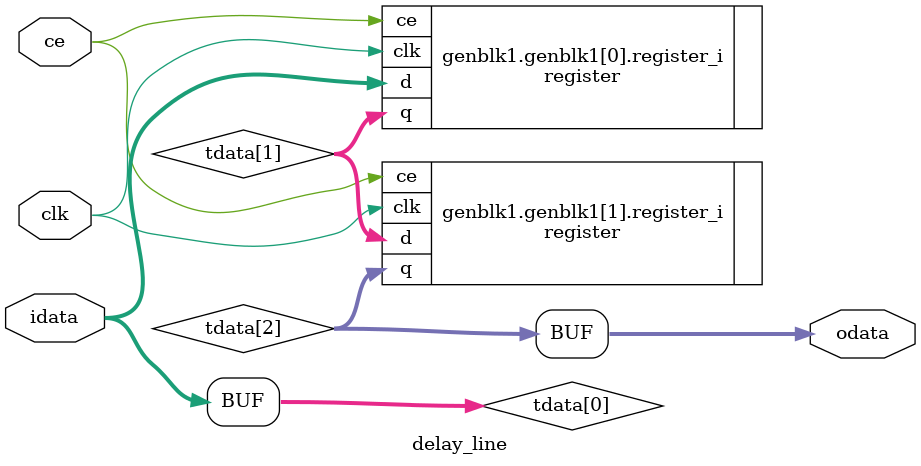
<source format=v>
module delay_line
#(
	parameter N = 9,
	parameter DELAY = 2
)
(
	input clk,
	input ce,
	input [N-1:0] idata,
	output [N-1:0] odata
);

wire [N-1:0] tdata [DELAY:0];

generate
    	if (DELAY == 0)
	   	assign odata = idata;
    	else
	begin
        	assign tdata[0] = idata;
        	genvar i;
        	for (i = 0; i < DELAY; i = i + 1)
        	begin
            		register
            		#(
                		.N (N)
            		)
            		register_i
            		(
                		.clk (clk),
                		.ce (ce),
                		.d (tdata[i]),
                		.q (tdata[i + 1])
            		);
        	end
        	assign odata = tdata[DELAY];
	end
endgenerate

endmodule
</source>
